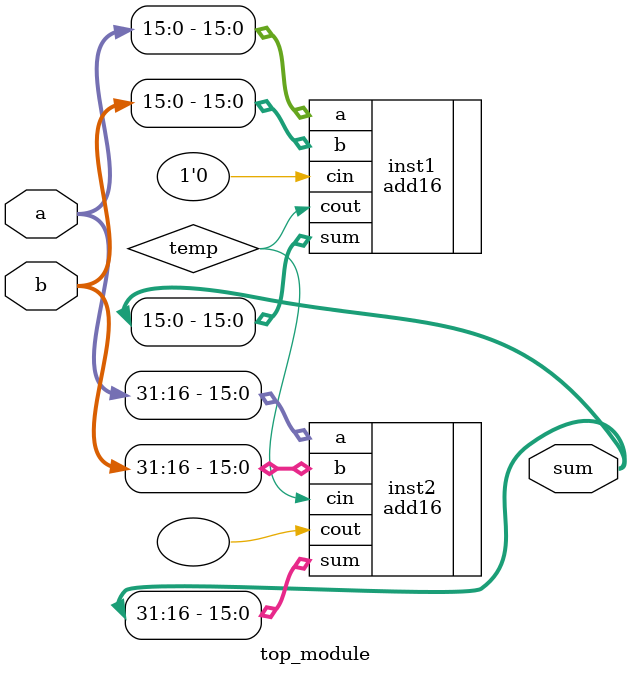
<source format=v>
module top_module(
    input [31:0] a,
    input [31:0] b,
    output [31:0] sum
);

    wire temp;

    add16 inst1(
        .a(a[15:0]),
        .b(b[15:0]),
        .cin(1'b0),
        .sum(sum[15:0]),
        .cout(temp)
    );

    add16 inst2(
        .a(a[31:16]),
        .b(b[31:16]),
        .cin(temp),
        .sum(sum[31:16]),
        .cout()
    );

endmodule

</source>
